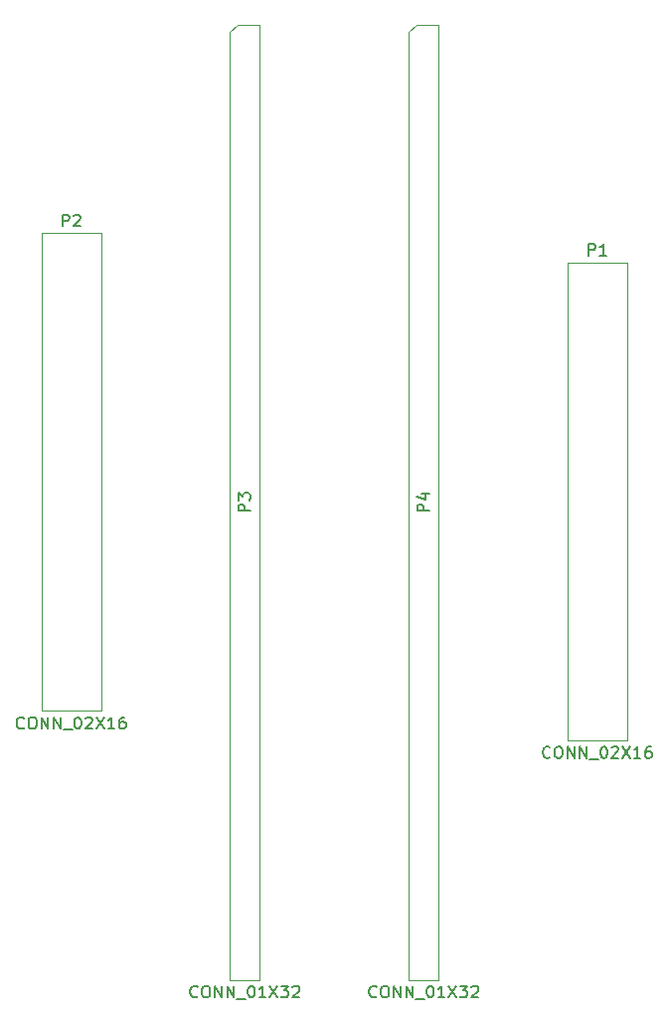
<source format=gbr>
G04 #@! TF.FileFunction,Other,Fab,Top*
%FSLAX46Y46*%
G04 Gerber Fmt 4.6, Leading zero omitted, Abs format (unit mm)*
G04 Created by KiCad (PCBNEW 4.0.7) date 10/02/17 15:55:06*
%MOMM*%
%LPD*%
G01*
G04 APERTURE LIST*
%ADD10C,0.100000*%
%ADD11C,0.150000*%
G04 APERTURE END LIST*
D10*
X-111046000Y27950000D02*
X-111046000Y-12690000D01*
X-111046000Y-12690000D02*
X-105966000Y-12690000D01*
X-105966000Y-12690000D02*
X-105966000Y27950000D01*
X-105966000Y27950000D02*
X-111046000Y27950000D01*
X-66246000Y25450000D02*
X-66246000Y-15190000D01*
X-66246000Y-15190000D02*
X-61166000Y-15190000D01*
X-61166000Y-15190000D02*
X-61166000Y25450000D01*
X-61166000Y25450000D02*
X-66246000Y25450000D01*
X-94361000Y45720000D02*
X-92456000Y45720000D01*
X-92456000Y45720000D02*
X-92456000Y-35560000D01*
X-92456000Y-35560000D02*
X-94996000Y-35560000D01*
X-94996000Y-35560000D02*
X-94996000Y45085000D01*
X-94996000Y45085000D02*
X-94361000Y45720000D01*
X-79121000Y45720000D02*
X-77216000Y45720000D01*
X-77216000Y45720000D02*
X-77216000Y-35560000D01*
X-77216000Y-35560000D02*
X-79756000Y-35560000D01*
X-79756000Y-35560000D02*
X-79756000Y45085000D01*
X-79756000Y45085000D02*
X-79121000Y45720000D01*
D11*
X-112529809Y-14107143D02*
X-112577428Y-14154762D01*
X-112720285Y-14202381D01*
X-112815523Y-14202381D01*
X-112958381Y-14154762D01*
X-113053619Y-14059524D01*
X-113101238Y-13964286D01*
X-113148857Y-13773810D01*
X-113148857Y-13630952D01*
X-113101238Y-13440476D01*
X-113053619Y-13345238D01*
X-112958381Y-13250000D01*
X-112815523Y-13202381D01*
X-112720285Y-13202381D01*
X-112577428Y-13250000D01*
X-112529809Y-13297619D01*
X-111910762Y-13202381D02*
X-111720285Y-13202381D01*
X-111625047Y-13250000D01*
X-111529809Y-13345238D01*
X-111482190Y-13535714D01*
X-111482190Y-13869048D01*
X-111529809Y-14059524D01*
X-111625047Y-14154762D01*
X-111720285Y-14202381D01*
X-111910762Y-14202381D01*
X-112006000Y-14154762D01*
X-112101238Y-14059524D01*
X-112148857Y-13869048D01*
X-112148857Y-13535714D01*
X-112101238Y-13345238D01*
X-112006000Y-13250000D01*
X-111910762Y-13202381D01*
X-111053619Y-14202381D02*
X-111053619Y-13202381D01*
X-110482190Y-14202381D01*
X-110482190Y-13202381D01*
X-110006000Y-14202381D02*
X-110006000Y-13202381D01*
X-109434571Y-14202381D01*
X-109434571Y-13202381D01*
X-109196476Y-14297619D02*
X-108434571Y-14297619D01*
X-108006000Y-13202381D02*
X-107910761Y-13202381D01*
X-107815523Y-13250000D01*
X-107767904Y-13297619D01*
X-107720285Y-13392857D01*
X-107672666Y-13583333D01*
X-107672666Y-13821429D01*
X-107720285Y-14011905D01*
X-107767904Y-14107143D01*
X-107815523Y-14154762D01*
X-107910761Y-14202381D01*
X-108006000Y-14202381D01*
X-108101238Y-14154762D01*
X-108148857Y-14107143D01*
X-108196476Y-14011905D01*
X-108244095Y-13821429D01*
X-108244095Y-13583333D01*
X-108196476Y-13392857D01*
X-108148857Y-13297619D01*
X-108101238Y-13250000D01*
X-108006000Y-13202381D01*
X-107291714Y-13297619D02*
X-107244095Y-13250000D01*
X-107148857Y-13202381D01*
X-106910761Y-13202381D01*
X-106815523Y-13250000D01*
X-106767904Y-13297619D01*
X-106720285Y-13392857D01*
X-106720285Y-13488095D01*
X-106767904Y-13630952D01*
X-107339333Y-14202381D01*
X-106720285Y-14202381D01*
X-106386952Y-13202381D02*
X-105720285Y-14202381D01*
X-105720285Y-13202381D02*
X-106386952Y-14202381D01*
X-104815523Y-14202381D02*
X-105386952Y-14202381D01*
X-105101238Y-14202381D02*
X-105101238Y-13202381D01*
X-105196476Y-13345238D01*
X-105291714Y-13440476D01*
X-105386952Y-13488095D01*
X-103958380Y-13202381D02*
X-104148857Y-13202381D01*
X-104244095Y-13250000D01*
X-104291714Y-13297619D01*
X-104386952Y-13440476D01*
X-104434571Y-13630952D01*
X-104434571Y-14011905D01*
X-104386952Y-14107143D01*
X-104339333Y-14154762D01*
X-104244095Y-14202381D01*
X-104053618Y-14202381D01*
X-103958380Y-14154762D01*
X-103910761Y-14107143D01*
X-103863142Y-14011905D01*
X-103863142Y-13773810D01*
X-103910761Y-13678571D01*
X-103958380Y-13630952D01*
X-104053618Y-13583333D01*
X-104244095Y-13583333D01*
X-104339333Y-13630952D01*
X-104386952Y-13678571D01*
X-104434571Y-13773810D01*
X-109244095Y28557619D02*
X-109244095Y29557619D01*
X-108863142Y29557619D01*
X-108767904Y29510000D01*
X-108720285Y29462381D01*
X-108672666Y29367143D01*
X-108672666Y29224286D01*
X-108720285Y29129048D01*
X-108767904Y29081429D01*
X-108863142Y29033810D01*
X-109244095Y29033810D01*
X-108291714Y29462381D02*
X-108244095Y29510000D01*
X-108148857Y29557619D01*
X-107910761Y29557619D01*
X-107815523Y29510000D01*
X-107767904Y29462381D01*
X-107720285Y29367143D01*
X-107720285Y29271905D01*
X-107767904Y29129048D01*
X-108339333Y28557619D01*
X-107720285Y28557619D01*
X-67729809Y-16607143D02*
X-67777428Y-16654762D01*
X-67920285Y-16702381D01*
X-68015523Y-16702381D01*
X-68158381Y-16654762D01*
X-68253619Y-16559524D01*
X-68301238Y-16464286D01*
X-68348857Y-16273810D01*
X-68348857Y-16130952D01*
X-68301238Y-15940476D01*
X-68253619Y-15845238D01*
X-68158381Y-15750000D01*
X-68015523Y-15702381D01*
X-67920285Y-15702381D01*
X-67777428Y-15750000D01*
X-67729809Y-15797619D01*
X-67110762Y-15702381D02*
X-66920285Y-15702381D01*
X-66825047Y-15750000D01*
X-66729809Y-15845238D01*
X-66682190Y-16035714D01*
X-66682190Y-16369048D01*
X-66729809Y-16559524D01*
X-66825047Y-16654762D01*
X-66920285Y-16702381D01*
X-67110762Y-16702381D01*
X-67206000Y-16654762D01*
X-67301238Y-16559524D01*
X-67348857Y-16369048D01*
X-67348857Y-16035714D01*
X-67301238Y-15845238D01*
X-67206000Y-15750000D01*
X-67110762Y-15702381D01*
X-66253619Y-16702381D02*
X-66253619Y-15702381D01*
X-65682190Y-16702381D01*
X-65682190Y-15702381D01*
X-65206000Y-16702381D02*
X-65206000Y-15702381D01*
X-64634571Y-16702381D01*
X-64634571Y-15702381D01*
X-64396476Y-16797619D02*
X-63634571Y-16797619D01*
X-63206000Y-15702381D02*
X-63110761Y-15702381D01*
X-63015523Y-15750000D01*
X-62967904Y-15797619D01*
X-62920285Y-15892857D01*
X-62872666Y-16083333D01*
X-62872666Y-16321429D01*
X-62920285Y-16511905D01*
X-62967904Y-16607143D01*
X-63015523Y-16654762D01*
X-63110761Y-16702381D01*
X-63206000Y-16702381D01*
X-63301238Y-16654762D01*
X-63348857Y-16607143D01*
X-63396476Y-16511905D01*
X-63444095Y-16321429D01*
X-63444095Y-16083333D01*
X-63396476Y-15892857D01*
X-63348857Y-15797619D01*
X-63301238Y-15750000D01*
X-63206000Y-15702381D01*
X-62491714Y-15797619D02*
X-62444095Y-15750000D01*
X-62348857Y-15702381D01*
X-62110761Y-15702381D01*
X-62015523Y-15750000D01*
X-61967904Y-15797619D01*
X-61920285Y-15892857D01*
X-61920285Y-15988095D01*
X-61967904Y-16130952D01*
X-62539333Y-16702381D01*
X-61920285Y-16702381D01*
X-61586952Y-15702381D02*
X-60920285Y-16702381D01*
X-60920285Y-15702381D02*
X-61586952Y-16702381D01*
X-60015523Y-16702381D02*
X-60586952Y-16702381D01*
X-60301238Y-16702381D02*
X-60301238Y-15702381D01*
X-60396476Y-15845238D01*
X-60491714Y-15940476D01*
X-60586952Y-15988095D01*
X-59158380Y-15702381D02*
X-59348857Y-15702381D01*
X-59444095Y-15750000D01*
X-59491714Y-15797619D01*
X-59586952Y-15940476D01*
X-59634571Y-16130952D01*
X-59634571Y-16511905D01*
X-59586952Y-16607143D01*
X-59539333Y-16654762D01*
X-59444095Y-16702381D01*
X-59253618Y-16702381D01*
X-59158380Y-16654762D01*
X-59110761Y-16607143D01*
X-59063142Y-16511905D01*
X-59063142Y-16273810D01*
X-59110761Y-16178571D01*
X-59158380Y-16130952D01*
X-59253618Y-16083333D01*
X-59444095Y-16083333D01*
X-59539333Y-16130952D01*
X-59586952Y-16178571D01*
X-59634571Y-16273810D01*
X-64444095Y26057619D02*
X-64444095Y27057619D01*
X-64063142Y27057619D01*
X-63967904Y27010000D01*
X-63920285Y26962381D01*
X-63872666Y26867143D01*
X-63872666Y26724286D01*
X-63920285Y26629048D01*
X-63967904Y26581429D01*
X-64063142Y26533810D01*
X-64444095Y26533810D01*
X-62920285Y26057619D02*
X-63491714Y26057619D01*
X-63206000Y26057619D02*
X-63206000Y27057619D01*
X-63301238Y26914762D01*
X-63396476Y26819524D01*
X-63491714Y26771905D01*
X-97749809Y-36977143D02*
X-97797428Y-37024762D01*
X-97940285Y-37072381D01*
X-98035523Y-37072381D01*
X-98178381Y-37024762D01*
X-98273619Y-36929524D01*
X-98321238Y-36834286D01*
X-98368857Y-36643810D01*
X-98368857Y-36500952D01*
X-98321238Y-36310476D01*
X-98273619Y-36215238D01*
X-98178381Y-36120000D01*
X-98035523Y-36072381D01*
X-97940285Y-36072381D01*
X-97797428Y-36120000D01*
X-97749809Y-36167619D01*
X-97130762Y-36072381D02*
X-96940285Y-36072381D01*
X-96845047Y-36120000D01*
X-96749809Y-36215238D01*
X-96702190Y-36405714D01*
X-96702190Y-36739048D01*
X-96749809Y-36929524D01*
X-96845047Y-37024762D01*
X-96940285Y-37072381D01*
X-97130762Y-37072381D01*
X-97226000Y-37024762D01*
X-97321238Y-36929524D01*
X-97368857Y-36739048D01*
X-97368857Y-36405714D01*
X-97321238Y-36215238D01*
X-97226000Y-36120000D01*
X-97130762Y-36072381D01*
X-96273619Y-37072381D02*
X-96273619Y-36072381D01*
X-95702190Y-37072381D01*
X-95702190Y-36072381D01*
X-95226000Y-37072381D02*
X-95226000Y-36072381D01*
X-94654571Y-37072381D01*
X-94654571Y-36072381D01*
X-94416476Y-37167619D02*
X-93654571Y-37167619D01*
X-93226000Y-36072381D02*
X-93130761Y-36072381D01*
X-93035523Y-36120000D01*
X-92987904Y-36167619D01*
X-92940285Y-36262857D01*
X-92892666Y-36453333D01*
X-92892666Y-36691429D01*
X-92940285Y-36881905D01*
X-92987904Y-36977143D01*
X-93035523Y-37024762D01*
X-93130761Y-37072381D01*
X-93226000Y-37072381D01*
X-93321238Y-37024762D01*
X-93368857Y-36977143D01*
X-93416476Y-36881905D01*
X-93464095Y-36691429D01*
X-93464095Y-36453333D01*
X-93416476Y-36262857D01*
X-93368857Y-36167619D01*
X-93321238Y-36120000D01*
X-93226000Y-36072381D01*
X-91940285Y-37072381D02*
X-92511714Y-37072381D01*
X-92226000Y-37072381D02*
X-92226000Y-36072381D01*
X-92321238Y-36215238D01*
X-92416476Y-36310476D01*
X-92511714Y-36358095D01*
X-91606952Y-36072381D02*
X-90940285Y-37072381D01*
X-90940285Y-36072381D02*
X-91606952Y-37072381D01*
X-90654571Y-36072381D02*
X-90035523Y-36072381D01*
X-90368857Y-36453333D01*
X-90225999Y-36453333D01*
X-90130761Y-36500952D01*
X-90083142Y-36548571D01*
X-90035523Y-36643810D01*
X-90035523Y-36881905D01*
X-90083142Y-36977143D01*
X-90130761Y-37024762D01*
X-90225999Y-37072381D01*
X-90511714Y-37072381D01*
X-90606952Y-37024762D01*
X-90654571Y-36977143D01*
X-89654571Y-36167619D02*
X-89606952Y-36120000D01*
X-89511714Y-36072381D01*
X-89273618Y-36072381D01*
X-89178380Y-36120000D01*
X-89130761Y-36167619D01*
X-89083142Y-36262857D01*
X-89083142Y-36358095D01*
X-89130761Y-36500952D01*
X-89702190Y-37072381D01*
X-89083142Y-37072381D01*
X-93273619Y4341905D02*
X-94273619Y4341905D01*
X-94273619Y4722858D01*
X-94226000Y4818096D01*
X-94178381Y4865715D01*
X-94083143Y4913334D01*
X-93940286Y4913334D01*
X-93845048Y4865715D01*
X-93797429Y4818096D01*
X-93749810Y4722858D01*
X-93749810Y4341905D01*
X-94273619Y5246667D02*
X-94273619Y5865715D01*
X-93892667Y5532381D01*
X-93892667Y5675239D01*
X-93845048Y5770477D01*
X-93797429Y5818096D01*
X-93702190Y5865715D01*
X-93464095Y5865715D01*
X-93368857Y5818096D01*
X-93321238Y5770477D01*
X-93273619Y5675239D01*
X-93273619Y5389524D01*
X-93321238Y5294286D01*
X-93368857Y5246667D01*
X-82509809Y-36977143D02*
X-82557428Y-37024762D01*
X-82700285Y-37072381D01*
X-82795523Y-37072381D01*
X-82938381Y-37024762D01*
X-83033619Y-36929524D01*
X-83081238Y-36834286D01*
X-83128857Y-36643810D01*
X-83128857Y-36500952D01*
X-83081238Y-36310476D01*
X-83033619Y-36215238D01*
X-82938381Y-36120000D01*
X-82795523Y-36072381D01*
X-82700285Y-36072381D01*
X-82557428Y-36120000D01*
X-82509809Y-36167619D01*
X-81890762Y-36072381D02*
X-81700285Y-36072381D01*
X-81605047Y-36120000D01*
X-81509809Y-36215238D01*
X-81462190Y-36405714D01*
X-81462190Y-36739048D01*
X-81509809Y-36929524D01*
X-81605047Y-37024762D01*
X-81700285Y-37072381D01*
X-81890762Y-37072381D01*
X-81986000Y-37024762D01*
X-82081238Y-36929524D01*
X-82128857Y-36739048D01*
X-82128857Y-36405714D01*
X-82081238Y-36215238D01*
X-81986000Y-36120000D01*
X-81890762Y-36072381D01*
X-81033619Y-37072381D02*
X-81033619Y-36072381D01*
X-80462190Y-37072381D01*
X-80462190Y-36072381D01*
X-79986000Y-37072381D02*
X-79986000Y-36072381D01*
X-79414571Y-37072381D01*
X-79414571Y-36072381D01*
X-79176476Y-37167619D02*
X-78414571Y-37167619D01*
X-77986000Y-36072381D02*
X-77890761Y-36072381D01*
X-77795523Y-36120000D01*
X-77747904Y-36167619D01*
X-77700285Y-36262857D01*
X-77652666Y-36453333D01*
X-77652666Y-36691429D01*
X-77700285Y-36881905D01*
X-77747904Y-36977143D01*
X-77795523Y-37024762D01*
X-77890761Y-37072381D01*
X-77986000Y-37072381D01*
X-78081238Y-37024762D01*
X-78128857Y-36977143D01*
X-78176476Y-36881905D01*
X-78224095Y-36691429D01*
X-78224095Y-36453333D01*
X-78176476Y-36262857D01*
X-78128857Y-36167619D01*
X-78081238Y-36120000D01*
X-77986000Y-36072381D01*
X-76700285Y-37072381D02*
X-77271714Y-37072381D01*
X-76986000Y-37072381D02*
X-76986000Y-36072381D01*
X-77081238Y-36215238D01*
X-77176476Y-36310476D01*
X-77271714Y-36358095D01*
X-76366952Y-36072381D02*
X-75700285Y-37072381D01*
X-75700285Y-36072381D02*
X-76366952Y-37072381D01*
X-75414571Y-36072381D02*
X-74795523Y-36072381D01*
X-75128857Y-36453333D01*
X-74985999Y-36453333D01*
X-74890761Y-36500952D01*
X-74843142Y-36548571D01*
X-74795523Y-36643810D01*
X-74795523Y-36881905D01*
X-74843142Y-36977143D01*
X-74890761Y-37024762D01*
X-74985999Y-37072381D01*
X-75271714Y-37072381D01*
X-75366952Y-37024762D01*
X-75414571Y-36977143D01*
X-74414571Y-36167619D02*
X-74366952Y-36120000D01*
X-74271714Y-36072381D01*
X-74033618Y-36072381D01*
X-73938380Y-36120000D01*
X-73890761Y-36167619D01*
X-73843142Y-36262857D01*
X-73843142Y-36358095D01*
X-73890761Y-36500952D01*
X-74462190Y-37072381D01*
X-73843142Y-37072381D01*
X-78033619Y4341905D02*
X-79033619Y4341905D01*
X-79033619Y4722858D01*
X-78986000Y4818096D01*
X-78938381Y4865715D01*
X-78843143Y4913334D01*
X-78700286Y4913334D01*
X-78605048Y4865715D01*
X-78557429Y4818096D01*
X-78509810Y4722858D01*
X-78509810Y4341905D01*
X-78700286Y5770477D02*
X-78033619Y5770477D01*
X-79081238Y5532381D02*
X-78366952Y5294286D01*
X-78366952Y5913334D01*
M02*

</source>
